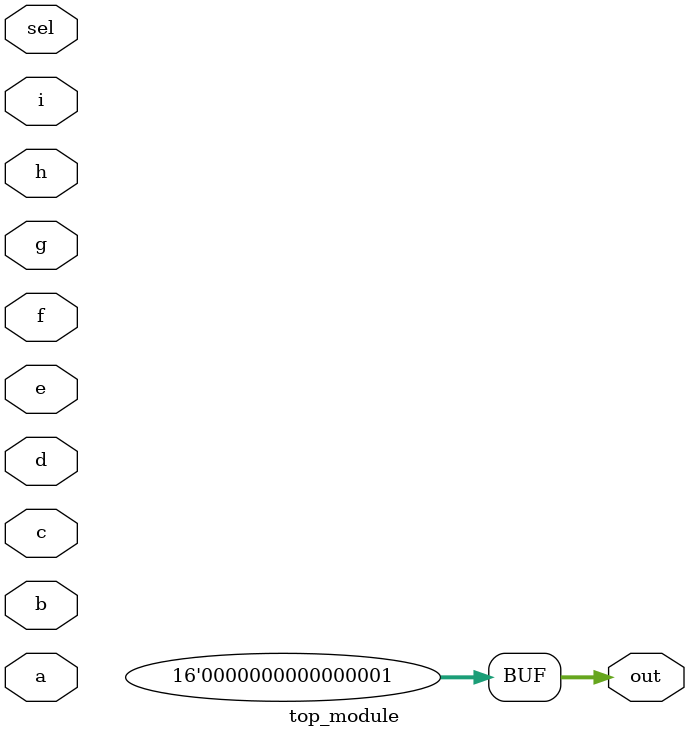
<source format=sv>
module top_module (
    input [15:0] a,
    input [15:0] b,
    input [15:0] c,
    input [15:0] d,
    input [15:0] e,
    input [15:0] f,
    input [15:0] g,
    input [15:0] h,
    input [15:0] i,
    input [3:0] sel,
    output logic [15:0] out
);

// Assign default value to output
assign out = 16'b1;

always @* begin
    case(sel)
        4'b0000: out = a;
        4'b0001: out = b;
        4'b0010: out = c;
        4'b0011: out = d;
        4'b0100: out = e;
        4'b0101: out = f;
        4'b0110: out = g;
        4'b0111: out = h;
        4'b1000: out = i;
        default: out = 16'b1; // Default case if sel is out of range
    endcase
end

endmodule

</source>
